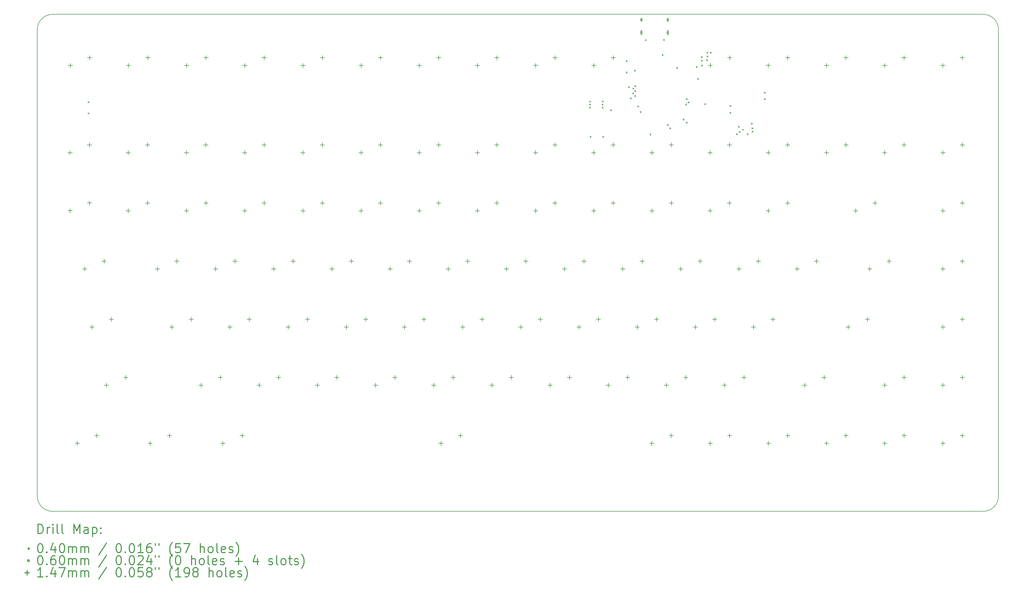
<source format=gbr>
%FSLAX45Y45*%
G04 Gerber Fmt 4.5, Leading zero omitted, Abs format (unit mm)*
G04 Created by KiCad (PCBNEW (5.1.9)-1) date 2021-04-20 15:36:32*
%MOMM*%
%LPD*%
G01*
G04 APERTURE LIST*
%TA.AperFunction,Profile*%
%ADD10C,0.200000*%
%TD*%
%ADD11C,0.200000*%
%ADD12C,0.300000*%
G04 APERTURE END LIST*
D10*
X37022627Y-24437532D02*
X6542627Y-24437532D01*
X37522627Y-23937532D02*
G75*
G02*
X37022627Y-24437532I-500000J0D01*
G01*
X37522627Y-8650032D02*
X37522627Y-23937532D01*
X37022627Y-8150032D02*
G75*
G02*
X37522627Y-8650032I0J-500000D01*
G01*
X6542627Y-8150032D02*
X37022627Y-8150032D01*
X6042627Y-8650032D02*
G75*
G02*
X6542627Y-8150032I500000J0D01*
G01*
X6042627Y-23937532D02*
X6042627Y-8650032D01*
X6542627Y-24437532D02*
G75*
G02*
X6042627Y-23937532I0J500000D01*
G01*
D11*
X7702500Y-11007500D02*
X7742500Y-11047500D01*
X7742500Y-11007500D02*
X7702500Y-11047500D01*
X7702500Y-11377500D02*
X7742500Y-11417500D01*
X7742500Y-11377500D02*
X7702500Y-11417500D01*
X24123447Y-11187820D02*
X24163447Y-11227820D01*
X24163447Y-11187820D02*
X24123447Y-11227820D01*
X24126002Y-10987852D02*
X24166002Y-11027852D01*
X24166002Y-10987852D02*
X24126002Y-11027852D01*
X24126002Y-11087852D02*
X24166002Y-11127852D01*
X24166002Y-11087852D02*
X24126002Y-11127852D01*
X24146322Y-12141012D02*
X24186322Y-12181012D01*
X24186322Y-12141012D02*
X24146322Y-12181012D01*
X24537625Y-11086428D02*
X24577625Y-11126428D01*
X24577625Y-11086428D02*
X24537625Y-11126428D01*
X24539392Y-11186413D02*
X24579392Y-11226413D01*
X24579392Y-11186413D02*
X24539392Y-11226413D01*
X24543172Y-10986582D02*
X24583172Y-11026582D01*
X24583172Y-10986582D02*
X24543172Y-11026582D01*
X24558412Y-12141012D02*
X24598412Y-12181012D01*
X24598412Y-12141012D02*
X24558412Y-12181012D01*
X24815612Y-11273602D02*
X24855612Y-11313602D01*
X24855612Y-11273602D02*
X24815612Y-11313602D01*
X25326152Y-9663848D02*
X25366152Y-9703848D01*
X25366152Y-9663848D02*
X25326152Y-9703848D01*
X25326152Y-10037892D02*
X25366152Y-10077892D01*
X25366152Y-10037892D02*
X25326152Y-10077892D01*
X25402500Y-10517500D02*
X25442500Y-10557500D01*
X25442500Y-10517500D02*
X25402500Y-10557500D01*
X25467342Y-10883182D02*
X25507342Y-10923182D01*
X25507342Y-10883182D02*
X25467342Y-10923182D01*
X25541542Y-10723182D02*
X25581542Y-10763182D01*
X25581542Y-10723182D02*
X25541542Y-10763182D01*
X25545082Y-10563182D02*
X25585082Y-10603182D01*
X25585082Y-10563182D02*
X25545082Y-10603182D01*
X25596662Y-9975662D02*
X25636662Y-10015662D01*
X25636662Y-9975662D02*
X25596662Y-10015662D01*
X25606052Y-10643182D02*
X25646052Y-10683182D01*
X25646052Y-10643182D02*
X25606052Y-10683182D01*
X25608842Y-10803182D02*
X25648842Y-10843182D01*
X25648842Y-10803182D02*
X25608842Y-10843182D01*
X25611112Y-10483182D02*
X25651112Y-10523182D01*
X25651112Y-10483182D02*
X25611112Y-10523182D01*
X25702500Y-11147500D02*
X25742500Y-11187500D01*
X25742500Y-11147500D02*
X25702500Y-11187500D01*
X25782500Y-11327500D02*
X25822500Y-11367500D01*
X25822500Y-11327500D02*
X25782500Y-11367500D01*
X25952946Y-8971776D02*
X25992946Y-9011776D01*
X25992946Y-8971776D02*
X25952946Y-9011776D01*
X26104662Y-12067500D02*
X26144662Y-12107500D01*
X26144662Y-12067500D02*
X26104662Y-12107500D01*
X26502500Y-9457500D02*
X26542500Y-9497500D01*
X26542500Y-9457500D02*
X26502500Y-9497500D01*
X26551702Y-8971092D02*
X26591702Y-9011092D01*
X26591702Y-8971092D02*
X26551702Y-9011092D01*
X26674532Y-11755842D02*
X26714532Y-11795842D01*
X26714532Y-11755842D02*
X26674532Y-11795842D01*
X26754532Y-11861712D02*
X26794532Y-11901712D01*
X26794532Y-11861712D02*
X26754532Y-11901712D01*
X26977152Y-9882952D02*
X27017152Y-9922952D01*
X27017152Y-9882952D02*
X26977152Y-9922952D01*
X27192500Y-11577500D02*
X27232500Y-11617500D01*
X27232500Y-11577500D02*
X27192500Y-11617500D01*
X27274270Y-11082928D02*
X27314270Y-11122928D01*
X27314270Y-11082928D02*
X27274270Y-11122928D01*
X27292500Y-10907500D02*
X27332500Y-10947500D01*
X27332500Y-10907500D02*
X27292500Y-10947500D01*
X27292500Y-11677500D02*
X27332500Y-11717500D01*
X27332500Y-11677500D02*
X27292500Y-11717500D01*
X27351093Y-11018907D02*
X27391093Y-11058907D01*
X27391093Y-11018907D02*
X27351093Y-11058907D01*
X27623907Y-9858907D02*
X27663907Y-9898907D01*
X27663907Y-9858907D02*
X27623907Y-9898907D01*
X27662952Y-10246172D02*
X27702952Y-10286172D01*
X27702952Y-10246172D02*
X27662952Y-10286172D01*
X27782500Y-9527500D02*
X27822500Y-9567500D01*
X27822500Y-9527500D02*
X27782500Y-9567500D01*
X27789952Y-9805482D02*
X27829952Y-9845482D01*
X27829952Y-9805482D02*
X27789952Y-9845482D01*
X27792500Y-9647500D02*
X27832500Y-9687500D01*
X27832500Y-9647500D02*
X27792500Y-9687500D01*
X27897500Y-11072500D02*
X27937500Y-11112500D01*
X27937500Y-11072500D02*
X27897500Y-11112500D01*
X27962500Y-9627500D02*
X28002500Y-9667500D01*
X28002500Y-9627500D02*
X27962500Y-9667500D01*
X27972500Y-9387500D02*
X28012500Y-9427500D01*
X28012500Y-9387500D02*
X27972500Y-9427500D01*
X27972500Y-9507500D02*
X28012500Y-9547500D01*
X28012500Y-9507500D02*
X27972500Y-9547500D01*
X28081446Y-9381367D02*
X28121446Y-9421367D01*
X28121446Y-9381367D02*
X28081446Y-9421367D01*
X28724672Y-11131362D02*
X28764672Y-11171362D01*
X28764672Y-11131362D02*
X28724672Y-11171362D01*
X28725942Y-11358692D02*
X28765942Y-11398692D01*
X28765942Y-11358692D02*
X28725942Y-11398692D01*
X28938032Y-12055922D02*
X28978032Y-12095922D01*
X28978032Y-12055922D02*
X28938032Y-12095922D01*
X29000262Y-11813352D02*
X29040262Y-11853352D01*
X29040262Y-11813352D02*
X29000262Y-11853352D01*
X29032012Y-11983222D02*
X29072012Y-12023222D01*
X29072012Y-11983222D02*
X29032012Y-12023222D01*
X29136152Y-11909872D02*
X29176152Y-11949872D01*
X29176152Y-11909872D02*
X29136152Y-11949872D01*
X29287282Y-12055922D02*
X29327282Y-12095922D01*
X29327282Y-12055922D02*
X29287282Y-12095922D01*
X29426982Y-11711752D02*
X29466982Y-11751752D01*
X29466982Y-11711752D02*
X29426982Y-11751752D01*
X29444762Y-11864152D02*
X29484762Y-11904152D01*
X29484762Y-11864152D02*
X29444762Y-11904152D01*
X29451112Y-11974642D02*
X29491112Y-12014642D01*
X29491112Y-11974642D02*
X29451112Y-12014642D01*
X29852500Y-10697500D02*
X29892500Y-10737500D01*
X29892500Y-10697500D02*
X29852500Y-10737500D01*
X29852500Y-10907500D02*
X29892500Y-10947500D01*
X29892500Y-10907500D02*
X29852500Y-10947500D01*
X25858024Y-8329598D02*
G75*
G03*
X25858024Y-8329598I-30000J0D01*
G01*
X25808024Y-8299598D02*
X25808024Y-8359598D01*
X25848024Y-8299598D02*
X25848024Y-8359598D01*
X25808024Y-8359598D02*
G75*
G03*
X25848024Y-8359598I20000J0D01*
G01*
X25848024Y-8299598D02*
G75*
G03*
X25808024Y-8299598I-20000J0D01*
G01*
X25858024Y-8747598D02*
G75*
G03*
X25858024Y-8747598I-30000J0D01*
G01*
X25808024Y-8692598D02*
X25808024Y-8802598D01*
X25848024Y-8692598D02*
X25848024Y-8802598D01*
X25808024Y-8802598D02*
G75*
G03*
X25848024Y-8802598I20000J0D01*
G01*
X25848024Y-8692598D02*
G75*
G03*
X25808024Y-8692598I-20000J0D01*
G01*
X26722024Y-8329598D02*
G75*
G03*
X26722024Y-8329598I-30000J0D01*
G01*
X26672024Y-8299598D02*
X26672024Y-8359598D01*
X26712024Y-8299598D02*
X26712024Y-8359598D01*
X26672024Y-8359598D02*
G75*
G03*
X26712024Y-8359598I20000J0D01*
G01*
X26712024Y-8299598D02*
G75*
G03*
X26672024Y-8299598I-20000J0D01*
G01*
X26722024Y-8747598D02*
G75*
G03*
X26722024Y-8747598I-30000J0D01*
G01*
X26672024Y-8692598D02*
X26672024Y-8802598D01*
X26712024Y-8692598D02*
X26712024Y-8802598D01*
X26672024Y-8802598D02*
G75*
G03*
X26712024Y-8802598I20000J0D01*
G01*
X26712024Y-8692598D02*
G75*
G03*
X26672024Y-8692598I-20000J0D01*
G01*
X7117992Y-12607462D02*
X7117992Y-12754462D01*
X7044492Y-12680962D02*
X7191492Y-12680962D01*
X7119262Y-14511192D02*
X7119262Y-14658192D01*
X7045762Y-14584692D02*
X7192762Y-14584692D01*
X7125612Y-9752382D02*
X7125612Y-9899382D01*
X7052112Y-9825882D02*
X7199112Y-9825882D01*
X7356752Y-22132462D02*
X7356752Y-22279462D01*
X7283252Y-22205962D02*
X7430252Y-22205962D01*
X7595512Y-16417462D02*
X7595512Y-16564462D01*
X7522012Y-16490962D02*
X7669012Y-16490962D01*
X7752992Y-12353462D02*
X7752992Y-12500462D01*
X7679492Y-12426962D02*
X7826492Y-12426962D01*
X7754262Y-14257192D02*
X7754262Y-14404192D01*
X7680762Y-14330692D02*
X7827762Y-14330692D01*
X7760612Y-9498382D02*
X7760612Y-9645382D01*
X7687112Y-9571882D02*
X7834112Y-9571882D01*
X7833002Y-18322462D02*
X7833002Y-18469462D01*
X7759502Y-18395962D02*
X7906502Y-18395962D01*
X7991752Y-21878462D02*
X7991752Y-22025462D01*
X7918252Y-21951962D02*
X8065252Y-21951962D01*
X8230512Y-16163462D02*
X8230512Y-16310462D01*
X8157012Y-16236962D02*
X8304012Y-16236962D01*
X8309252Y-20227462D02*
X8309252Y-20374462D01*
X8235752Y-20300962D02*
X8382752Y-20300962D01*
X8468002Y-18068462D02*
X8468002Y-18215462D01*
X8394502Y-18141962D02*
X8541502Y-18141962D01*
X8944252Y-19973462D02*
X8944252Y-20120462D01*
X8870752Y-20046962D02*
X9017752Y-20046962D01*
X9022992Y-12607462D02*
X9022992Y-12754462D01*
X8949492Y-12680962D02*
X9096492Y-12680962D01*
X9022992Y-14512462D02*
X9022992Y-14659462D01*
X8949492Y-14585962D02*
X9096492Y-14585962D01*
X9030612Y-9752382D02*
X9030612Y-9899382D01*
X8957112Y-9825882D02*
X9104112Y-9825882D01*
X9657992Y-12353462D02*
X9657992Y-12500462D01*
X9584492Y-12426962D02*
X9731492Y-12426962D01*
X9657992Y-14258462D02*
X9657992Y-14405462D01*
X9584492Y-14331962D02*
X9731492Y-14331962D01*
X9665612Y-9498382D02*
X9665612Y-9645382D01*
X9592112Y-9571882D02*
X9739112Y-9571882D01*
X9739952Y-22132462D02*
X9739952Y-22279462D01*
X9666452Y-22205962D02*
X9813452Y-22205962D01*
X9978032Y-16417462D02*
X9978032Y-16564462D01*
X9904532Y-16490962D02*
X10051532Y-16490962D01*
X10374952Y-21878462D02*
X10374952Y-22025462D01*
X10301452Y-21951962D02*
X10448452Y-21951962D01*
X10450472Y-18322462D02*
X10450472Y-18469462D01*
X10376972Y-18395962D02*
X10523972Y-18395962D01*
X10613032Y-16163462D02*
X10613032Y-16310462D01*
X10539532Y-16236962D02*
X10686532Y-16236962D01*
X10927992Y-12607462D02*
X10927992Y-12754462D01*
X10854492Y-12680962D02*
X11001492Y-12680962D01*
X10933072Y-14512462D02*
X10933072Y-14659462D01*
X10859572Y-14585962D02*
X11006572Y-14585962D01*
X10935612Y-9752382D02*
X10935612Y-9899382D01*
X10862112Y-9825882D02*
X11009112Y-9825882D01*
X11085472Y-18068462D02*
X11085472Y-18215462D01*
X11011972Y-18141962D02*
X11158972Y-18141962D01*
X11408052Y-20227462D02*
X11408052Y-20374462D01*
X11334552Y-20300962D02*
X11481552Y-20300962D01*
X11562992Y-12353462D02*
X11562992Y-12500462D01*
X11489492Y-12426962D02*
X11636492Y-12426962D01*
X11568072Y-14258462D02*
X11568072Y-14405462D01*
X11494572Y-14331962D02*
X11641572Y-14331962D01*
X11570612Y-9498382D02*
X11570612Y-9645382D01*
X11497112Y-9571882D02*
X11644112Y-9571882D01*
X11883032Y-16417462D02*
X11883032Y-16564462D01*
X11809532Y-16490962D02*
X11956532Y-16490962D01*
X12043052Y-19973462D02*
X12043052Y-20120462D01*
X11969552Y-20046962D02*
X12116552Y-20046962D01*
X12120713Y-22133423D02*
X12120713Y-22280423D01*
X12047213Y-22206923D02*
X12194213Y-22206923D01*
X12350392Y-18322462D02*
X12350392Y-18469462D01*
X12276892Y-18395962D02*
X12423892Y-18395962D01*
X12518032Y-16163462D02*
X12518032Y-16310462D01*
X12444532Y-16236962D02*
X12591532Y-16236962D01*
X12755713Y-21879423D02*
X12755713Y-22026423D01*
X12682213Y-21952923D02*
X12829213Y-21952923D01*
X12838072Y-12607462D02*
X12838072Y-12754462D01*
X12764572Y-12680962D02*
X12911572Y-12680962D01*
X12838072Y-14512462D02*
X12838072Y-14659462D01*
X12764572Y-14585962D02*
X12911572Y-14585962D01*
X12840612Y-9752382D02*
X12840612Y-9899382D01*
X12767112Y-9825882D02*
X12914112Y-9825882D01*
X12985392Y-18068462D02*
X12985392Y-18215462D01*
X12911892Y-18141962D02*
X13058892Y-18141962D01*
X13313052Y-20227462D02*
X13313052Y-20374462D01*
X13239552Y-20300962D02*
X13386552Y-20300962D01*
X13473072Y-12353462D02*
X13473072Y-12500462D01*
X13399572Y-12426962D02*
X13546572Y-12426962D01*
X13473072Y-14258462D02*
X13473072Y-14405462D01*
X13399572Y-14331962D02*
X13546572Y-14331962D01*
X13475612Y-9498382D02*
X13475612Y-9645382D01*
X13402112Y-9571882D02*
X13549112Y-9571882D01*
X13788032Y-16417462D02*
X13788032Y-16564462D01*
X13714532Y-16490962D02*
X13861532Y-16490962D01*
X13948052Y-19973462D02*
X13948052Y-20120462D01*
X13874552Y-20046962D02*
X14021552Y-20046962D01*
X14260472Y-18322462D02*
X14260472Y-18469462D01*
X14186972Y-18395962D02*
X14333972Y-18395962D01*
X14423032Y-16163462D02*
X14423032Y-16310462D01*
X14349532Y-16236962D02*
X14496532Y-16236962D01*
X14743072Y-12607462D02*
X14743072Y-12754462D01*
X14669572Y-12680962D02*
X14816572Y-12680962D01*
X14743072Y-14512462D02*
X14743072Y-14659462D01*
X14669572Y-14585962D02*
X14816572Y-14585962D01*
X14745612Y-9752382D02*
X14745612Y-9899382D01*
X14672112Y-9825882D02*
X14819112Y-9825882D01*
X14895472Y-18068462D02*
X14895472Y-18215462D01*
X14821972Y-18141962D02*
X14968972Y-18141962D01*
X15218052Y-20227462D02*
X15218052Y-20374462D01*
X15144552Y-20300962D02*
X15291552Y-20300962D01*
X15378072Y-12353462D02*
X15378072Y-12500462D01*
X15304572Y-12426962D02*
X15451572Y-12426962D01*
X15378072Y-14258462D02*
X15378072Y-14405462D01*
X15304572Y-14331962D02*
X15451572Y-14331962D01*
X15380612Y-9498382D02*
X15380612Y-9645382D01*
X15307112Y-9571882D02*
X15454112Y-9571882D01*
X15693032Y-16417462D02*
X15693032Y-16564462D01*
X15619532Y-16490962D02*
X15766532Y-16490962D01*
X15853052Y-19973462D02*
X15853052Y-20120462D01*
X15779552Y-20046962D02*
X15926552Y-20046962D01*
X16165472Y-18322462D02*
X16165472Y-18469462D01*
X16091972Y-18395962D02*
X16238972Y-18395962D01*
X16328032Y-16163462D02*
X16328032Y-16310462D01*
X16254532Y-16236962D02*
X16401532Y-16236962D01*
X16648072Y-12607462D02*
X16648072Y-12754462D01*
X16574572Y-12680962D02*
X16721572Y-12680962D01*
X16648072Y-14512462D02*
X16648072Y-14659462D01*
X16574572Y-14585962D02*
X16721572Y-14585962D01*
X16650612Y-9752382D02*
X16650612Y-9899382D01*
X16577112Y-9825882D02*
X16724112Y-9825882D01*
X16800472Y-18068462D02*
X16800472Y-18215462D01*
X16726972Y-18141962D02*
X16873972Y-18141962D01*
X17123052Y-20227462D02*
X17123052Y-20374462D01*
X17049552Y-20300962D02*
X17196552Y-20300962D01*
X17283072Y-12353462D02*
X17283072Y-12500462D01*
X17209572Y-12426962D02*
X17356572Y-12426962D01*
X17283072Y-14258462D02*
X17283072Y-14405462D01*
X17209572Y-14331962D02*
X17356572Y-14331962D01*
X17285612Y-9498382D02*
X17285612Y-9645382D01*
X17212112Y-9571882D02*
X17359112Y-9571882D01*
X17598032Y-16417462D02*
X17598032Y-16564462D01*
X17524532Y-16490962D02*
X17671532Y-16490962D01*
X17758052Y-19973462D02*
X17758052Y-20120462D01*
X17684552Y-20046962D02*
X17831552Y-20046962D01*
X18070472Y-18322462D02*
X18070472Y-18469462D01*
X17996972Y-18395962D02*
X18143972Y-18395962D01*
X18233032Y-16163462D02*
X18233032Y-16310462D01*
X18159532Y-16236962D02*
X18306532Y-16236962D01*
X18553072Y-12607462D02*
X18553072Y-12754462D01*
X18479572Y-12680962D02*
X18626572Y-12680962D01*
X18553072Y-14512462D02*
X18553072Y-14659462D01*
X18479572Y-14585962D02*
X18626572Y-14585962D01*
X18555612Y-9752382D02*
X18555612Y-9899382D01*
X18482112Y-9825882D02*
X18629112Y-9825882D01*
X18705472Y-18068462D02*
X18705472Y-18215462D01*
X18631972Y-18141962D02*
X18778972Y-18141962D01*
X19028052Y-20227462D02*
X19028052Y-20374462D01*
X18954552Y-20300962D02*
X19101552Y-20300962D01*
X19188072Y-12353462D02*
X19188072Y-12500462D01*
X19114572Y-12426962D02*
X19261572Y-12426962D01*
X19188072Y-14258462D02*
X19188072Y-14405462D01*
X19114572Y-14331962D02*
X19261572Y-14331962D01*
X19190612Y-9498382D02*
X19190612Y-9645382D01*
X19117112Y-9571882D02*
X19264112Y-9571882D01*
X19265565Y-22133423D02*
X19265565Y-22280423D01*
X19192065Y-22206923D02*
X19339065Y-22206923D01*
X19503032Y-16417462D02*
X19503032Y-16564462D01*
X19429532Y-16490962D02*
X19576532Y-16490962D01*
X19663052Y-19973462D02*
X19663052Y-20120462D01*
X19589552Y-20046962D02*
X19736552Y-20046962D01*
X19900565Y-21879423D02*
X19900565Y-22026423D01*
X19827065Y-21952923D02*
X19974065Y-21952923D01*
X19975472Y-18322462D02*
X19975472Y-18469462D01*
X19901972Y-18395962D02*
X20048972Y-18395962D01*
X20138032Y-16163462D02*
X20138032Y-16310462D01*
X20064532Y-16236962D02*
X20211532Y-16236962D01*
X20458072Y-12607462D02*
X20458072Y-12754462D01*
X20384572Y-12680962D02*
X20531572Y-12680962D01*
X20458072Y-14512462D02*
X20458072Y-14659462D01*
X20384572Y-14585962D02*
X20531572Y-14585962D01*
X20460612Y-9752382D02*
X20460612Y-9899382D01*
X20387112Y-9825882D02*
X20534112Y-9825882D01*
X20610472Y-18068462D02*
X20610472Y-18215462D01*
X20536972Y-18141962D02*
X20683972Y-18141962D01*
X20933052Y-20227462D02*
X20933052Y-20374462D01*
X20859552Y-20300962D02*
X21006552Y-20300962D01*
X21093072Y-12353462D02*
X21093072Y-12500462D01*
X21019572Y-12426962D02*
X21166572Y-12426962D01*
X21093072Y-14258462D02*
X21093072Y-14405462D01*
X21019572Y-14331962D02*
X21166572Y-14331962D01*
X21095612Y-9498382D02*
X21095612Y-9645382D01*
X21022112Y-9571882D02*
X21169112Y-9571882D01*
X21408032Y-16417462D02*
X21408032Y-16564462D01*
X21334532Y-16490962D02*
X21481532Y-16490962D01*
X21568052Y-19973462D02*
X21568052Y-20120462D01*
X21494552Y-20046962D02*
X21641552Y-20046962D01*
X21880472Y-18322462D02*
X21880472Y-18469462D01*
X21806972Y-18395962D02*
X21953972Y-18395962D01*
X22043032Y-16163462D02*
X22043032Y-16310462D01*
X21969532Y-16236962D02*
X22116532Y-16236962D01*
X22363072Y-12607462D02*
X22363072Y-12754462D01*
X22289572Y-12680962D02*
X22436572Y-12680962D01*
X22363072Y-14512462D02*
X22363072Y-14659462D01*
X22289572Y-14585962D02*
X22436572Y-14585962D01*
X22365612Y-9752382D02*
X22365612Y-9899382D01*
X22292112Y-9825882D02*
X22439112Y-9825882D01*
X22515472Y-18068462D02*
X22515472Y-18215462D01*
X22441972Y-18141962D02*
X22588972Y-18141962D01*
X22838052Y-20227462D02*
X22838052Y-20374462D01*
X22764552Y-20300962D02*
X22911552Y-20300962D01*
X22998072Y-12353462D02*
X22998072Y-12500462D01*
X22924572Y-12426962D02*
X23071572Y-12426962D01*
X22998072Y-14258462D02*
X22998072Y-14405462D01*
X22924572Y-14331962D02*
X23071572Y-14331962D01*
X23000612Y-9498382D02*
X23000612Y-9645382D01*
X22927112Y-9571882D02*
X23074112Y-9571882D01*
X23313032Y-16417462D02*
X23313032Y-16564462D01*
X23239532Y-16490962D02*
X23386532Y-16490962D01*
X23473052Y-19973462D02*
X23473052Y-20120462D01*
X23399552Y-20046962D02*
X23546552Y-20046962D01*
X23785472Y-18322462D02*
X23785472Y-18469462D01*
X23711972Y-18395962D02*
X23858972Y-18395962D01*
X23948032Y-16163462D02*
X23948032Y-16310462D01*
X23874532Y-16236962D02*
X24021532Y-16236962D01*
X24268072Y-12607462D02*
X24268072Y-12754462D01*
X24194572Y-12680962D02*
X24341572Y-12680962D01*
X24268072Y-14512462D02*
X24268072Y-14659462D01*
X24194572Y-14585962D02*
X24341572Y-14585962D01*
X24270612Y-9752382D02*
X24270612Y-9899382D01*
X24197112Y-9825882D02*
X24344112Y-9825882D01*
X24420472Y-18068462D02*
X24420472Y-18215462D01*
X24346972Y-18141962D02*
X24493972Y-18141962D01*
X24743052Y-20227462D02*
X24743052Y-20374462D01*
X24669552Y-20300962D02*
X24816552Y-20300962D01*
X24903072Y-12353462D02*
X24903072Y-12500462D01*
X24829572Y-12426962D02*
X24976572Y-12426962D01*
X24903072Y-14258462D02*
X24903072Y-14405462D01*
X24829572Y-14331962D02*
X24976572Y-14331962D01*
X24905612Y-9498382D02*
X24905612Y-9645382D01*
X24832112Y-9571882D02*
X24979112Y-9571882D01*
X25218032Y-16417462D02*
X25218032Y-16564462D01*
X25144532Y-16490962D02*
X25291532Y-16490962D01*
X25378052Y-19973462D02*
X25378052Y-20120462D01*
X25304552Y-20046962D02*
X25451552Y-20046962D01*
X25690472Y-18322462D02*
X25690472Y-18469462D01*
X25616972Y-18395962D02*
X25763972Y-18395962D01*
X25853032Y-16163462D02*
X25853032Y-16310462D01*
X25779532Y-16236962D02*
X25926532Y-16236962D01*
X26171038Y-22132462D02*
X26171038Y-22279462D01*
X26097538Y-22205962D02*
X26244538Y-22205962D01*
X26173072Y-12607462D02*
X26173072Y-12754462D01*
X26099572Y-12680962D02*
X26246572Y-12680962D01*
X26173072Y-14512462D02*
X26173072Y-14659462D01*
X26099572Y-14585962D02*
X26246572Y-14585962D01*
X26325472Y-18068462D02*
X26325472Y-18215462D01*
X26251972Y-18141962D02*
X26398972Y-18141962D01*
X26648052Y-20227462D02*
X26648052Y-20374462D01*
X26574552Y-20300962D02*
X26721552Y-20300962D01*
X26806038Y-21878462D02*
X26806038Y-22025462D01*
X26732538Y-21951962D02*
X26879538Y-21951962D01*
X26808072Y-12353462D02*
X26808072Y-12500462D01*
X26734572Y-12426962D02*
X26881572Y-12426962D01*
X26808072Y-14258462D02*
X26808072Y-14405462D01*
X26734572Y-14331962D02*
X26881572Y-14331962D01*
X27117952Y-16417462D02*
X27117952Y-16564462D01*
X27044452Y-16490962D02*
X27191452Y-16490962D01*
X27283052Y-19973462D02*
X27283052Y-20120462D01*
X27209552Y-20046962D02*
X27356552Y-20046962D01*
X27595472Y-18322462D02*
X27595472Y-18469462D01*
X27521972Y-18395962D02*
X27668972Y-18395962D01*
X27752952Y-16163462D02*
X27752952Y-16310462D01*
X27679452Y-16236962D02*
X27826452Y-16236962D01*
X28078072Y-12607462D02*
X28078072Y-12754462D01*
X28004572Y-12680962D02*
X28151572Y-12680962D01*
X28078072Y-14512462D02*
X28078072Y-14659462D01*
X28004572Y-14585962D02*
X28151572Y-14585962D01*
X28083152Y-22132462D02*
X28083152Y-22279462D01*
X28009652Y-22205962D02*
X28156652Y-22205962D01*
X28086532Y-9752382D02*
X28086532Y-9899382D01*
X28013032Y-9825882D02*
X28160032Y-9825882D01*
X28230472Y-18068462D02*
X28230472Y-18215462D01*
X28156972Y-18141962D02*
X28303972Y-18141962D01*
X28553052Y-20227462D02*
X28553052Y-20374462D01*
X28479552Y-20300962D02*
X28626552Y-20300962D01*
X28713072Y-12353462D02*
X28713072Y-12500462D01*
X28639572Y-12426962D02*
X28786572Y-12426962D01*
X28713072Y-14258462D02*
X28713072Y-14405462D01*
X28639572Y-14331962D02*
X28786572Y-14331962D01*
X28718152Y-21878462D02*
X28718152Y-22025462D01*
X28644652Y-21951962D02*
X28791652Y-21951962D01*
X28721532Y-9498382D02*
X28721532Y-9645382D01*
X28648032Y-9571882D02*
X28795032Y-9571882D01*
X29022952Y-16417462D02*
X29022952Y-16564462D01*
X28949452Y-16490962D02*
X29096452Y-16490962D01*
X29188052Y-19973462D02*
X29188052Y-20120462D01*
X29114552Y-20046962D02*
X29261552Y-20046962D01*
X29500472Y-18322462D02*
X29500472Y-18469462D01*
X29426972Y-18395962D02*
X29573972Y-18395962D01*
X29657952Y-16163462D02*
X29657952Y-16310462D01*
X29584452Y-16236962D02*
X29731452Y-16236962D01*
X29983072Y-12607462D02*
X29983072Y-12754462D01*
X29909572Y-12680962D02*
X30056572Y-12680962D01*
X29983072Y-14512462D02*
X29983072Y-14659462D01*
X29909572Y-14585962D02*
X30056572Y-14585962D01*
X29985612Y-9752382D02*
X29985612Y-9899382D01*
X29912112Y-9825882D02*
X30059112Y-9825882D01*
X29988152Y-22132462D02*
X29988152Y-22279462D01*
X29914652Y-22205962D02*
X30061652Y-22205962D01*
X30135472Y-18068462D02*
X30135472Y-18215462D01*
X30061972Y-18141962D02*
X30208972Y-18141962D01*
X30618072Y-12353462D02*
X30618072Y-12500462D01*
X30544572Y-12426962D02*
X30691572Y-12426962D01*
X30618072Y-14258462D02*
X30618072Y-14405462D01*
X30544572Y-14331962D02*
X30691572Y-14331962D01*
X30620612Y-9498382D02*
X30620612Y-9645382D01*
X30547112Y-9571882D02*
X30694112Y-9571882D01*
X30623152Y-21878462D02*
X30623152Y-22025462D01*
X30549652Y-21951962D02*
X30696652Y-21951962D01*
X30927952Y-16417462D02*
X30927952Y-16564462D01*
X30854452Y-16490962D02*
X31001452Y-16490962D01*
X31175602Y-20227462D02*
X31175602Y-20374462D01*
X31102102Y-20300962D02*
X31249102Y-20300962D01*
X31562952Y-16163462D02*
X31562952Y-16310462D01*
X31489452Y-16236962D02*
X31636452Y-16236962D01*
X31810602Y-19973462D02*
X31810602Y-20120462D01*
X31737102Y-20046962D02*
X31884102Y-20046962D01*
X31890612Y-9752382D02*
X31890612Y-9899382D01*
X31817112Y-9825882D02*
X31964112Y-9825882D01*
X31893152Y-12607462D02*
X31893152Y-12754462D01*
X31819652Y-12680962D02*
X31966652Y-12680962D01*
X31893152Y-22132462D02*
X31893152Y-22279462D01*
X31819652Y-22205962D02*
X31966652Y-22205962D01*
X32525612Y-9498382D02*
X32525612Y-9645382D01*
X32452112Y-9571882D02*
X32599112Y-9571882D01*
X32528152Y-12353462D02*
X32528152Y-12500462D01*
X32454652Y-12426962D02*
X32601652Y-12426962D01*
X32528152Y-21878462D02*
X32528152Y-22025462D01*
X32454652Y-21951962D02*
X32601652Y-21951962D01*
X32599272Y-18322462D02*
X32599272Y-18469462D01*
X32525772Y-18395962D02*
X32672772Y-18395962D01*
X32843112Y-14512462D02*
X32843112Y-14659462D01*
X32769612Y-14585962D02*
X32916612Y-14585962D01*
X33234272Y-18068462D02*
X33234272Y-18215462D01*
X33160772Y-18141962D02*
X33307772Y-18141962D01*
X33307932Y-16417462D02*
X33307932Y-16564462D01*
X33234432Y-16490962D02*
X33381432Y-16490962D01*
X33478112Y-14258462D02*
X33478112Y-14405462D01*
X33404612Y-14331962D02*
X33551612Y-14331962D01*
X33793072Y-12607462D02*
X33793072Y-12754462D01*
X33719572Y-12680962D02*
X33866572Y-12680962D01*
X33795612Y-9752382D02*
X33795612Y-9899382D01*
X33722112Y-9825882D02*
X33869112Y-9825882D01*
X33798152Y-20227462D02*
X33798152Y-20374462D01*
X33724652Y-20300962D02*
X33871652Y-20300962D01*
X33798152Y-22132462D02*
X33798152Y-22279462D01*
X33724652Y-22205962D02*
X33871652Y-22205962D01*
X33942932Y-16163462D02*
X33942932Y-16310462D01*
X33869432Y-16236962D02*
X34016432Y-16236962D01*
X34428072Y-12353462D02*
X34428072Y-12500462D01*
X34354572Y-12426962D02*
X34501572Y-12426962D01*
X34430612Y-9498382D02*
X34430612Y-9645382D01*
X34357112Y-9571882D02*
X34504112Y-9571882D01*
X34433152Y-19973462D02*
X34433152Y-20120462D01*
X34359652Y-20046962D02*
X34506652Y-20046962D01*
X34433152Y-21878462D02*
X34433152Y-22025462D01*
X34359652Y-21951962D02*
X34506652Y-21951962D01*
X35700612Y-9752382D02*
X35700612Y-9899382D01*
X35627112Y-9825882D02*
X35774112Y-9825882D01*
X35703152Y-12607462D02*
X35703152Y-12754462D01*
X35629652Y-12680962D02*
X35776652Y-12680962D01*
X35703152Y-14512462D02*
X35703152Y-14659462D01*
X35629652Y-14585962D02*
X35776652Y-14585962D01*
X35703152Y-16417462D02*
X35703152Y-16564462D01*
X35629652Y-16490962D02*
X35776652Y-16490962D01*
X35703152Y-18322462D02*
X35703152Y-18469462D01*
X35629652Y-18395962D02*
X35776652Y-18395962D01*
X35703152Y-20227462D02*
X35703152Y-20374462D01*
X35629652Y-20300962D02*
X35776652Y-20300962D01*
X35703152Y-22132462D02*
X35703152Y-22279462D01*
X35629652Y-22205962D02*
X35776652Y-22205962D01*
X36335612Y-9498382D02*
X36335612Y-9645382D01*
X36262112Y-9571882D02*
X36409112Y-9571882D01*
X36338152Y-12353462D02*
X36338152Y-12500462D01*
X36264652Y-12426962D02*
X36411652Y-12426962D01*
X36338152Y-14258462D02*
X36338152Y-14405462D01*
X36264652Y-14331962D02*
X36411652Y-14331962D01*
X36338152Y-16163462D02*
X36338152Y-16310462D01*
X36264652Y-16236962D02*
X36411652Y-16236962D01*
X36338152Y-18068462D02*
X36338152Y-18215462D01*
X36264652Y-18141962D02*
X36411652Y-18141962D01*
X36338152Y-19973462D02*
X36338152Y-20120462D01*
X36264652Y-20046962D02*
X36411652Y-20046962D01*
X36338152Y-21878462D02*
X36338152Y-22025462D01*
X36264652Y-21951962D02*
X36411652Y-21951962D01*
D12*
X6068928Y-25163214D02*
X6068928Y-24863214D01*
X6140357Y-24863214D01*
X6183214Y-24877500D01*
X6211786Y-24906071D01*
X6226071Y-24934643D01*
X6240357Y-24991786D01*
X6240357Y-25034643D01*
X6226071Y-25091786D01*
X6211786Y-25120357D01*
X6183214Y-25148928D01*
X6140357Y-25163214D01*
X6068928Y-25163214D01*
X6368928Y-25163214D02*
X6368928Y-24963214D01*
X6368928Y-25020357D02*
X6383214Y-24991786D01*
X6397500Y-24977500D01*
X6426071Y-24963214D01*
X6454643Y-24963214D01*
X6554643Y-25163214D02*
X6554643Y-24963214D01*
X6554643Y-24863214D02*
X6540357Y-24877500D01*
X6554643Y-24891786D01*
X6568928Y-24877500D01*
X6554643Y-24863214D01*
X6554643Y-24891786D01*
X6740357Y-25163214D02*
X6711786Y-25148928D01*
X6697500Y-25120357D01*
X6697500Y-24863214D01*
X6897500Y-25163214D02*
X6868928Y-25148928D01*
X6854643Y-25120357D01*
X6854643Y-24863214D01*
X7240357Y-25163214D02*
X7240357Y-24863214D01*
X7340357Y-25077500D01*
X7440357Y-24863214D01*
X7440357Y-25163214D01*
X7711786Y-25163214D02*
X7711786Y-25006071D01*
X7697500Y-24977500D01*
X7668928Y-24963214D01*
X7611786Y-24963214D01*
X7583214Y-24977500D01*
X7711786Y-25148928D02*
X7683214Y-25163214D01*
X7611786Y-25163214D01*
X7583214Y-25148928D01*
X7568928Y-25120357D01*
X7568928Y-25091786D01*
X7583214Y-25063214D01*
X7611786Y-25048928D01*
X7683214Y-25048928D01*
X7711786Y-25034643D01*
X7854643Y-24963214D02*
X7854643Y-25263214D01*
X7854643Y-24977500D02*
X7883214Y-24963214D01*
X7940357Y-24963214D01*
X7968928Y-24977500D01*
X7983214Y-24991786D01*
X7997500Y-25020357D01*
X7997500Y-25106071D01*
X7983214Y-25134643D01*
X7968928Y-25148928D01*
X7940357Y-25163214D01*
X7883214Y-25163214D01*
X7854643Y-25148928D01*
X8126071Y-25134643D02*
X8140357Y-25148928D01*
X8126071Y-25163214D01*
X8111786Y-25148928D01*
X8126071Y-25134643D01*
X8126071Y-25163214D01*
X8126071Y-24977500D02*
X8140357Y-24991786D01*
X8126071Y-25006071D01*
X8111786Y-24991786D01*
X8126071Y-24977500D01*
X8126071Y-25006071D01*
X5742500Y-25637500D02*
X5782500Y-25677500D01*
X5782500Y-25637500D02*
X5742500Y-25677500D01*
X6126071Y-25493214D02*
X6154643Y-25493214D01*
X6183214Y-25507500D01*
X6197500Y-25521786D01*
X6211786Y-25550357D01*
X6226071Y-25607500D01*
X6226071Y-25678928D01*
X6211786Y-25736071D01*
X6197500Y-25764643D01*
X6183214Y-25778928D01*
X6154643Y-25793214D01*
X6126071Y-25793214D01*
X6097500Y-25778928D01*
X6083214Y-25764643D01*
X6068928Y-25736071D01*
X6054643Y-25678928D01*
X6054643Y-25607500D01*
X6068928Y-25550357D01*
X6083214Y-25521786D01*
X6097500Y-25507500D01*
X6126071Y-25493214D01*
X6354643Y-25764643D02*
X6368928Y-25778928D01*
X6354643Y-25793214D01*
X6340357Y-25778928D01*
X6354643Y-25764643D01*
X6354643Y-25793214D01*
X6626071Y-25593214D02*
X6626071Y-25793214D01*
X6554643Y-25478928D02*
X6483214Y-25693214D01*
X6668928Y-25693214D01*
X6840357Y-25493214D02*
X6868928Y-25493214D01*
X6897500Y-25507500D01*
X6911786Y-25521786D01*
X6926071Y-25550357D01*
X6940357Y-25607500D01*
X6940357Y-25678928D01*
X6926071Y-25736071D01*
X6911786Y-25764643D01*
X6897500Y-25778928D01*
X6868928Y-25793214D01*
X6840357Y-25793214D01*
X6811786Y-25778928D01*
X6797500Y-25764643D01*
X6783214Y-25736071D01*
X6768928Y-25678928D01*
X6768928Y-25607500D01*
X6783214Y-25550357D01*
X6797500Y-25521786D01*
X6811786Y-25507500D01*
X6840357Y-25493214D01*
X7068928Y-25793214D02*
X7068928Y-25593214D01*
X7068928Y-25621786D02*
X7083214Y-25607500D01*
X7111786Y-25593214D01*
X7154643Y-25593214D01*
X7183214Y-25607500D01*
X7197500Y-25636071D01*
X7197500Y-25793214D01*
X7197500Y-25636071D02*
X7211786Y-25607500D01*
X7240357Y-25593214D01*
X7283214Y-25593214D01*
X7311786Y-25607500D01*
X7326071Y-25636071D01*
X7326071Y-25793214D01*
X7468928Y-25793214D02*
X7468928Y-25593214D01*
X7468928Y-25621786D02*
X7483214Y-25607500D01*
X7511786Y-25593214D01*
X7554643Y-25593214D01*
X7583214Y-25607500D01*
X7597500Y-25636071D01*
X7597500Y-25793214D01*
X7597500Y-25636071D02*
X7611786Y-25607500D01*
X7640357Y-25593214D01*
X7683214Y-25593214D01*
X7711786Y-25607500D01*
X7726071Y-25636071D01*
X7726071Y-25793214D01*
X8311786Y-25478928D02*
X8054643Y-25864643D01*
X8697500Y-25493214D02*
X8726071Y-25493214D01*
X8754643Y-25507500D01*
X8768929Y-25521786D01*
X8783214Y-25550357D01*
X8797500Y-25607500D01*
X8797500Y-25678928D01*
X8783214Y-25736071D01*
X8768929Y-25764643D01*
X8754643Y-25778928D01*
X8726071Y-25793214D01*
X8697500Y-25793214D01*
X8668929Y-25778928D01*
X8654643Y-25764643D01*
X8640357Y-25736071D01*
X8626071Y-25678928D01*
X8626071Y-25607500D01*
X8640357Y-25550357D01*
X8654643Y-25521786D01*
X8668929Y-25507500D01*
X8697500Y-25493214D01*
X8926071Y-25764643D02*
X8940357Y-25778928D01*
X8926071Y-25793214D01*
X8911786Y-25778928D01*
X8926071Y-25764643D01*
X8926071Y-25793214D01*
X9126071Y-25493214D02*
X9154643Y-25493214D01*
X9183214Y-25507500D01*
X9197500Y-25521786D01*
X9211786Y-25550357D01*
X9226071Y-25607500D01*
X9226071Y-25678928D01*
X9211786Y-25736071D01*
X9197500Y-25764643D01*
X9183214Y-25778928D01*
X9154643Y-25793214D01*
X9126071Y-25793214D01*
X9097500Y-25778928D01*
X9083214Y-25764643D01*
X9068929Y-25736071D01*
X9054643Y-25678928D01*
X9054643Y-25607500D01*
X9068929Y-25550357D01*
X9083214Y-25521786D01*
X9097500Y-25507500D01*
X9126071Y-25493214D01*
X9511786Y-25793214D02*
X9340357Y-25793214D01*
X9426071Y-25793214D02*
X9426071Y-25493214D01*
X9397500Y-25536071D01*
X9368929Y-25564643D01*
X9340357Y-25578928D01*
X9768929Y-25493214D02*
X9711786Y-25493214D01*
X9683214Y-25507500D01*
X9668929Y-25521786D01*
X9640357Y-25564643D01*
X9626071Y-25621786D01*
X9626071Y-25736071D01*
X9640357Y-25764643D01*
X9654643Y-25778928D01*
X9683214Y-25793214D01*
X9740357Y-25793214D01*
X9768929Y-25778928D01*
X9783214Y-25764643D01*
X9797500Y-25736071D01*
X9797500Y-25664643D01*
X9783214Y-25636071D01*
X9768929Y-25621786D01*
X9740357Y-25607500D01*
X9683214Y-25607500D01*
X9654643Y-25621786D01*
X9640357Y-25636071D01*
X9626071Y-25664643D01*
X9911786Y-25493214D02*
X9911786Y-25550357D01*
X10026071Y-25493214D02*
X10026071Y-25550357D01*
X10468929Y-25907500D02*
X10454643Y-25893214D01*
X10426071Y-25850357D01*
X10411786Y-25821786D01*
X10397500Y-25778928D01*
X10383214Y-25707500D01*
X10383214Y-25650357D01*
X10397500Y-25578928D01*
X10411786Y-25536071D01*
X10426071Y-25507500D01*
X10454643Y-25464643D01*
X10468929Y-25450357D01*
X10726071Y-25493214D02*
X10583214Y-25493214D01*
X10568929Y-25636071D01*
X10583214Y-25621786D01*
X10611786Y-25607500D01*
X10683214Y-25607500D01*
X10711786Y-25621786D01*
X10726071Y-25636071D01*
X10740357Y-25664643D01*
X10740357Y-25736071D01*
X10726071Y-25764643D01*
X10711786Y-25778928D01*
X10683214Y-25793214D01*
X10611786Y-25793214D01*
X10583214Y-25778928D01*
X10568929Y-25764643D01*
X10840357Y-25493214D02*
X11040357Y-25493214D01*
X10911786Y-25793214D01*
X11383214Y-25793214D02*
X11383214Y-25493214D01*
X11511786Y-25793214D02*
X11511786Y-25636071D01*
X11497500Y-25607500D01*
X11468928Y-25593214D01*
X11426071Y-25593214D01*
X11397500Y-25607500D01*
X11383214Y-25621786D01*
X11697500Y-25793214D02*
X11668928Y-25778928D01*
X11654643Y-25764643D01*
X11640357Y-25736071D01*
X11640357Y-25650357D01*
X11654643Y-25621786D01*
X11668928Y-25607500D01*
X11697500Y-25593214D01*
X11740357Y-25593214D01*
X11768928Y-25607500D01*
X11783214Y-25621786D01*
X11797500Y-25650357D01*
X11797500Y-25736071D01*
X11783214Y-25764643D01*
X11768928Y-25778928D01*
X11740357Y-25793214D01*
X11697500Y-25793214D01*
X11968928Y-25793214D02*
X11940357Y-25778928D01*
X11926071Y-25750357D01*
X11926071Y-25493214D01*
X12197500Y-25778928D02*
X12168928Y-25793214D01*
X12111786Y-25793214D01*
X12083214Y-25778928D01*
X12068928Y-25750357D01*
X12068928Y-25636071D01*
X12083214Y-25607500D01*
X12111786Y-25593214D01*
X12168928Y-25593214D01*
X12197500Y-25607500D01*
X12211786Y-25636071D01*
X12211786Y-25664643D01*
X12068928Y-25693214D01*
X12326071Y-25778928D02*
X12354643Y-25793214D01*
X12411786Y-25793214D01*
X12440357Y-25778928D01*
X12454643Y-25750357D01*
X12454643Y-25736071D01*
X12440357Y-25707500D01*
X12411786Y-25693214D01*
X12368928Y-25693214D01*
X12340357Y-25678928D01*
X12326071Y-25650357D01*
X12326071Y-25636071D01*
X12340357Y-25607500D01*
X12368928Y-25593214D01*
X12411786Y-25593214D01*
X12440357Y-25607500D01*
X12554643Y-25907500D02*
X12568928Y-25893214D01*
X12597500Y-25850357D01*
X12611786Y-25821786D01*
X12626071Y-25778928D01*
X12640357Y-25707500D01*
X12640357Y-25650357D01*
X12626071Y-25578928D01*
X12611786Y-25536071D01*
X12597500Y-25507500D01*
X12568928Y-25464643D01*
X12554643Y-25450357D01*
X5782500Y-26053500D02*
G75*
G03*
X5782500Y-26053500I-30000J0D01*
G01*
X6126071Y-25889214D02*
X6154643Y-25889214D01*
X6183214Y-25903500D01*
X6197500Y-25917786D01*
X6211786Y-25946357D01*
X6226071Y-26003500D01*
X6226071Y-26074928D01*
X6211786Y-26132071D01*
X6197500Y-26160643D01*
X6183214Y-26174928D01*
X6154643Y-26189214D01*
X6126071Y-26189214D01*
X6097500Y-26174928D01*
X6083214Y-26160643D01*
X6068928Y-26132071D01*
X6054643Y-26074928D01*
X6054643Y-26003500D01*
X6068928Y-25946357D01*
X6083214Y-25917786D01*
X6097500Y-25903500D01*
X6126071Y-25889214D01*
X6354643Y-26160643D02*
X6368928Y-26174928D01*
X6354643Y-26189214D01*
X6340357Y-26174928D01*
X6354643Y-26160643D01*
X6354643Y-26189214D01*
X6626071Y-25889214D02*
X6568928Y-25889214D01*
X6540357Y-25903500D01*
X6526071Y-25917786D01*
X6497500Y-25960643D01*
X6483214Y-26017786D01*
X6483214Y-26132071D01*
X6497500Y-26160643D01*
X6511786Y-26174928D01*
X6540357Y-26189214D01*
X6597500Y-26189214D01*
X6626071Y-26174928D01*
X6640357Y-26160643D01*
X6654643Y-26132071D01*
X6654643Y-26060643D01*
X6640357Y-26032071D01*
X6626071Y-26017786D01*
X6597500Y-26003500D01*
X6540357Y-26003500D01*
X6511786Y-26017786D01*
X6497500Y-26032071D01*
X6483214Y-26060643D01*
X6840357Y-25889214D02*
X6868928Y-25889214D01*
X6897500Y-25903500D01*
X6911786Y-25917786D01*
X6926071Y-25946357D01*
X6940357Y-26003500D01*
X6940357Y-26074928D01*
X6926071Y-26132071D01*
X6911786Y-26160643D01*
X6897500Y-26174928D01*
X6868928Y-26189214D01*
X6840357Y-26189214D01*
X6811786Y-26174928D01*
X6797500Y-26160643D01*
X6783214Y-26132071D01*
X6768928Y-26074928D01*
X6768928Y-26003500D01*
X6783214Y-25946357D01*
X6797500Y-25917786D01*
X6811786Y-25903500D01*
X6840357Y-25889214D01*
X7068928Y-26189214D02*
X7068928Y-25989214D01*
X7068928Y-26017786D02*
X7083214Y-26003500D01*
X7111786Y-25989214D01*
X7154643Y-25989214D01*
X7183214Y-26003500D01*
X7197500Y-26032071D01*
X7197500Y-26189214D01*
X7197500Y-26032071D02*
X7211786Y-26003500D01*
X7240357Y-25989214D01*
X7283214Y-25989214D01*
X7311786Y-26003500D01*
X7326071Y-26032071D01*
X7326071Y-26189214D01*
X7468928Y-26189214D02*
X7468928Y-25989214D01*
X7468928Y-26017786D02*
X7483214Y-26003500D01*
X7511786Y-25989214D01*
X7554643Y-25989214D01*
X7583214Y-26003500D01*
X7597500Y-26032071D01*
X7597500Y-26189214D01*
X7597500Y-26032071D02*
X7611786Y-26003500D01*
X7640357Y-25989214D01*
X7683214Y-25989214D01*
X7711786Y-26003500D01*
X7726071Y-26032071D01*
X7726071Y-26189214D01*
X8311786Y-25874928D02*
X8054643Y-26260643D01*
X8697500Y-25889214D02*
X8726071Y-25889214D01*
X8754643Y-25903500D01*
X8768929Y-25917786D01*
X8783214Y-25946357D01*
X8797500Y-26003500D01*
X8797500Y-26074928D01*
X8783214Y-26132071D01*
X8768929Y-26160643D01*
X8754643Y-26174928D01*
X8726071Y-26189214D01*
X8697500Y-26189214D01*
X8668929Y-26174928D01*
X8654643Y-26160643D01*
X8640357Y-26132071D01*
X8626071Y-26074928D01*
X8626071Y-26003500D01*
X8640357Y-25946357D01*
X8654643Y-25917786D01*
X8668929Y-25903500D01*
X8697500Y-25889214D01*
X8926071Y-26160643D02*
X8940357Y-26174928D01*
X8926071Y-26189214D01*
X8911786Y-26174928D01*
X8926071Y-26160643D01*
X8926071Y-26189214D01*
X9126071Y-25889214D02*
X9154643Y-25889214D01*
X9183214Y-25903500D01*
X9197500Y-25917786D01*
X9211786Y-25946357D01*
X9226071Y-26003500D01*
X9226071Y-26074928D01*
X9211786Y-26132071D01*
X9197500Y-26160643D01*
X9183214Y-26174928D01*
X9154643Y-26189214D01*
X9126071Y-26189214D01*
X9097500Y-26174928D01*
X9083214Y-26160643D01*
X9068929Y-26132071D01*
X9054643Y-26074928D01*
X9054643Y-26003500D01*
X9068929Y-25946357D01*
X9083214Y-25917786D01*
X9097500Y-25903500D01*
X9126071Y-25889214D01*
X9340357Y-25917786D02*
X9354643Y-25903500D01*
X9383214Y-25889214D01*
X9454643Y-25889214D01*
X9483214Y-25903500D01*
X9497500Y-25917786D01*
X9511786Y-25946357D01*
X9511786Y-25974928D01*
X9497500Y-26017786D01*
X9326071Y-26189214D01*
X9511786Y-26189214D01*
X9768929Y-25989214D02*
X9768929Y-26189214D01*
X9697500Y-25874928D02*
X9626071Y-26089214D01*
X9811786Y-26089214D01*
X9911786Y-25889214D02*
X9911786Y-25946357D01*
X10026071Y-25889214D02*
X10026071Y-25946357D01*
X10468929Y-26303500D02*
X10454643Y-26289214D01*
X10426071Y-26246357D01*
X10411786Y-26217786D01*
X10397500Y-26174928D01*
X10383214Y-26103500D01*
X10383214Y-26046357D01*
X10397500Y-25974928D01*
X10411786Y-25932071D01*
X10426071Y-25903500D01*
X10454643Y-25860643D01*
X10468929Y-25846357D01*
X10640357Y-25889214D02*
X10668929Y-25889214D01*
X10697500Y-25903500D01*
X10711786Y-25917786D01*
X10726071Y-25946357D01*
X10740357Y-26003500D01*
X10740357Y-26074928D01*
X10726071Y-26132071D01*
X10711786Y-26160643D01*
X10697500Y-26174928D01*
X10668929Y-26189214D01*
X10640357Y-26189214D01*
X10611786Y-26174928D01*
X10597500Y-26160643D01*
X10583214Y-26132071D01*
X10568929Y-26074928D01*
X10568929Y-26003500D01*
X10583214Y-25946357D01*
X10597500Y-25917786D01*
X10611786Y-25903500D01*
X10640357Y-25889214D01*
X11097500Y-26189214D02*
X11097500Y-25889214D01*
X11226071Y-26189214D02*
X11226071Y-26032071D01*
X11211786Y-26003500D01*
X11183214Y-25989214D01*
X11140357Y-25989214D01*
X11111786Y-26003500D01*
X11097500Y-26017786D01*
X11411786Y-26189214D02*
X11383214Y-26174928D01*
X11368928Y-26160643D01*
X11354643Y-26132071D01*
X11354643Y-26046357D01*
X11368928Y-26017786D01*
X11383214Y-26003500D01*
X11411786Y-25989214D01*
X11454643Y-25989214D01*
X11483214Y-26003500D01*
X11497500Y-26017786D01*
X11511786Y-26046357D01*
X11511786Y-26132071D01*
X11497500Y-26160643D01*
X11483214Y-26174928D01*
X11454643Y-26189214D01*
X11411786Y-26189214D01*
X11683214Y-26189214D02*
X11654643Y-26174928D01*
X11640357Y-26146357D01*
X11640357Y-25889214D01*
X11911786Y-26174928D02*
X11883214Y-26189214D01*
X11826071Y-26189214D01*
X11797500Y-26174928D01*
X11783214Y-26146357D01*
X11783214Y-26032071D01*
X11797500Y-26003500D01*
X11826071Y-25989214D01*
X11883214Y-25989214D01*
X11911786Y-26003500D01*
X11926071Y-26032071D01*
X11926071Y-26060643D01*
X11783214Y-26089214D01*
X12040357Y-26174928D02*
X12068928Y-26189214D01*
X12126071Y-26189214D01*
X12154643Y-26174928D01*
X12168928Y-26146357D01*
X12168928Y-26132071D01*
X12154643Y-26103500D01*
X12126071Y-26089214D01*
X12083214Y-26089214D01*
X12054643Y-26074928D01*
X12040357Y-26046357D01*
X12040357Y-26032071D01*
X12054643Y-26003500D01*
X12083214Y-25989214D01*
X12126071Y-25989214D01*
X12154643Y-26003500D01*
X12526071Y-26074928D02*
X12754643Y-26074928D01*
X12640357Y-26189214D02*
X12640357Y-25960643D01*
X13254643Y-25989214D02*
X13254643Y-26189214D01*
X13183214Y-25874928D02*
X13111786Y-26089214D01*
X13297500Y-26089214D01*
X13626071Y-26174928D02*
X13654643Y-26189214D01*
X13711786Y-26189214D01*
X13740357Y-26174928D01*
X13754643Y-26146357D01*
X13754643Y-26132071D01*
X13740357Y-26103500D01*
X13711786Y-26089214D01*
X13668928Y-26089214D01*
X13640357Y-26074928D01*
X13626071Y-26046357D01*
X13626071Y-26032071D01*
X13640357Y-26003500D01*
X13668928Y-25989214D01*
X13711786Y-25989214D01*
X13740357Y-26003500D01*
X13926071Y-26189214D02*
X13897500Y-26174928D01*
X13883214Y-26146357D01*
X13883214Y-25889214D01*
X14083214Y-26189214D02*
X14054643Y-26174928D01*
X14040357Y-26160643D01*
X14026071Y-26132071D01*
X14026071Y-26046357D01*
X14040357Y-26017786D01*
X14054643Y-26003500D01*
X14083214Y-25989214D01*
X14126071Y-25989214D01*
X14154643Y-26003500D01*
X14168928Y-26017786D01*
X14183214Y-26046357D01*
X14183214Y-26132071D01*
X14168928Y-26160643D01*
X14154643Y-26174928D01*
X14126071Y-26189214D01*
X14083214Y-26189214D01*
X14268928Y-25989214D02*
X14383214Y-25989214D01*
X14311786Y-25889214D02*
X14311786Y-26146357D01*
X14326071Y-26174928D01*
X14354643Y-26189214D01*
X14383214Y-26189214D01*
X14468928Y-26174928D02*
X14497500Y-26189214D01*
X14554643Y-26189214D01*
X14583214Y-26174928D01*
X14597500Y-26146357D01*
X14597500Y-26132071D01*
X14583214Y-26103500D01*
X14554643Y-26089214D01*
X14511786Y-26089214D01*
X14483214Y-26074928D01*
X14468928Y-26046357D01*
X14468928Y-26032071D01*
X14483214Y-26003500D01*
X14511786Y-25989214D01*
X14554643Y-25989214D01*
X14583214Y-26003500D01*
X14697500Y-26303500D02*
X14711786Y-26289214D01*
X14740357Y-26246357D01*
X14754643Y-26217786D01*
X14768928Y-26174928D01*
X14783214Y-26103500D01*
X14783214Y-26046357D01*
X14768928Y-25974928D01*
X14754643Y-25932071D01*
X14740357Y-25903500D01*
X14711786Y-25860643D01*
X14697500Y-25846357D01*
X5709000Y-26376000D02*
X5709000Y-26523000D01*
X5635500Y-26449500D02*
X5782500Y-26449500D01*
X6226071Y-26585214D02*
X6054643Y-26585214D01*
X6140357Y-26585214D02*
X6140357Y-26285214D01*
X6111786Y-26328071D01*
X6083214Y-26356643D01*
X6054643Y-26370928D01*
X6354643Y-26556643D02*
X6368928Y-26570928D01*
X6354643Y-26585214D01*
X6340357Y-26570928D01*
X6354643Y-26556643D01*
X6354643Y-26585214D01*
X6626071Y-26385214D02*
X6626071Y-26585214D01*
X6554643Y-26270928D02*
X6483214Y-26485214D01*
X6668928Y-26485214D01*
X6754643Y-26285214D02*
X6954643Y-26285214D01*
X6826071Y-26585214D01*
X7068928Y-26585214D02*
X7068928Y-26385214D01*
X7068928Y-26413786D02*
X7083214Y-26399500D01*
X7111786Y-26385214D01*
X7154643Y-26385214D01*
X7183214Y-26399500D01*
X7197500Y-26428071D01*
X7197500Y-26585214D01*
X7197500Y-26428071D02*
X7211786Y-26399500D01*
X7240357Y-26385214D01*
X7283214Y-26385214D01*
X7311786Y-26399500D01*
X7326071Y-26428071D01*
X7326071Y-26585214D01*
X7468928Y-26585214D02*
X7468928Y-26385214D01*
X7468928Y-26413786D02*
X7483214Y-26399500D01*
X7511786Y-26385214D01*
X7554643Y-26385214D01*
X7583214Y-26399500D01*
X7597500Y-26428071D01*
X7597500Y-26585214D01*
X7597500Y-26428071D02*
X7611786Y-26399500D01*
X7640357Y-26385214D01*
X7683214Y-26385214D01*
X7711786Y-26399500D01*
X7726071Y-26428071D01*
X7726071Y-26585214D01*
X8311786Y-26270928D02*
X8054643Y-26656643D01*
X8697500Y-26285214D02*
X8726071Y-26285214D01*
X8754643Y-26299500D01*
X8768929Y-26313786D01*
X8783214Y-26342357D01*
X8797500Y-26399500D01*
X8797500Y-26470928D01*
X8783214Y-26528071D01*
X8768929Y-26556643D01*
X8754643Y-26570928D01*
X8726071Y-26585214D01*
X8697500Y-26585214D01*
X8668929Y-26570928D01*
X8654643Y-26556643D01*
X8640357Y-26528071D01*
X8626071Y-26470928D01*
X8626071Y-26399500D01*
X8640357Y-26342357D01*
X8654643Y-26313786D01*
X8668929Y-26299500D01*
X8697500Y-26285214D01*
X8926071Y-26556643D02*
X8940357Y-26570928D01*
X8926071Y-26585214D01*
X8911786Y-26570928D01*
X8926071Y-26556643D01*
X8926071Y-26585214D01*
X9126071Y-26285214D02*
X9154643Y-26285214D01*
X9183214Y-26299500D01*
X9197500Y-26313786D01*
X9211786Y-26342357D01*
X9226071Y-26399500D01*
X9226071Y-26470928D01*
X9211786Y-26528071D01*
X9197500Y-26556643D01*
X9183214Y-26570928D01*
X9154643Y-26585214D01*
X9126071Y-26585214D01*
X9097500Y-26570928D01*
X9083214Y-26556643D01*
X9068929Y-26528071D01*
X9054643Y-26470928D01*
X9054643Y-26399500D01*
X9068929Y-26342357D01*
X9083214Y-26313786D01*
X9097500Y-26299500D01*
X9126071Y-26285214D01*
X9497500Y-26285214D02*
X9354643Y-26285214D01*
X9340357Y-26428071D01*
X9354643Y-26413786D01*
X9383214Y-26399500D01*
X9454643Y-26399500D01*
X9483214Y-26413786D01*
X9497500Y-26428071D01*
X9511786Y-26456643D01*
X9511786Y-26528071D01*
X9497500Y-26556643D01*
X9483214Y-26570928D01*
X9454643Y-26585214D01*
X9383214Y-26585214D01*
X9354643Y-26570928D01*
X9340357Y-26556643D01*
X9683214Y-26413786D02*
X9654643Y-26399500D01*
X9640357Y-26385214D01*
X9626071Y-26356643D01*
X9626071Y-26342357D01*
X9640357Y-26313786D01*
X9654643Y-26299500D01*
X9683214Y-26285214D01*
X9740357Y-26285214D01*
X9768929Y-26299500D01*
X9783214Y-26313786D01*
X9797500Y-26342357D01*
X9797500Y-26356643D01*
X9783214Y-26385214D01*
X9768929Y-26399500D01*
X9740357Y-26413786D01*
X9683214Y-26413786D01*
X9654643Y-26428071D01*
X9640357Y-26442357D01*
X9626071Y-26470928D01*
X9626071Y-26528071D01*
X9640357Y-26556643D01*
X9654643Y-26570928D01*
X9683214Y-26585214D01*
X9740357Y-26585214D01*
X9768929Y-26570928D01*
X9783214Y-26556643D01*
X9797500Y-26528071D01*
X9797500Y-26470928D01*
X9783214Y-26442357D01*
X9768929Y-26428071D01*
X9740357Y-26413786D01*
X9911786Y-26285214D02*
X9911786Y-26342357D01*
X10026071Y-26285214D02*
X10026071Y-26342357D01*
X10468929Y-26699500D02*
X10454643Y-26685214D01*
X10426071Y-26642357D01*
X10411786Y-26613786D01*
X10397500Y-26570928D01*
X10383214Y-26499500D01*
X10383214Y-26442357D01*
X10397500Y-26370928D01*
X10411786Y-26328071D01*
X10426071Y-26299500D01*
X10454643Y-26256643D01*
X10468929Y-26242357D01*
X10740357Y-26585214D02*
X10568929Y-26585214D01*
X10654643Y-26585214D02*
X10654643Y-26285214D01*
X10626071Y-26328071D01*
X10597500Y-26356643D01*
X10568929Y-26370928D01*
X10883214Y-26585214D02*
X10940357Y-26585214D01*
X10968929Y-26570928D01*
X10983214Y-26556643D01*
X11011786Y-26513786D01*
X11026071Y-26456643D01*
X11026071Y-26342357D01*
X11011786Y-26313786D01*
X10997500Y-26299500D01*
X10968929Y-26285214D01*
X10911786Y-26285214D01*
X10883214Y-26299500D01*
X10868929Y-26313786D01*
X10854643Y-26342357D01*
X10854643Y-26413786D01*
X10868929Y-26442357D01*
X10883214Y-26456643D01*
X10911786Y-26470928D01*
X10968929Y-26470928D01*
X10997500Y-26456643D01*
X11011786Y-26442357D01*
X11026071Y-26413786D01*
X11197500Y-26413786D02*
X11168929Y-26399500D01*
X11154643Y-26385214D01*
X11140357Y-26356643D01*
X11140357Y-26342357D01*
X11154643Y-26313786D01*
X11168929Y-26299500D01*
X11197500Y-26285214D01*
X11254643Y-26285214D01*
X11283214Y-26299500D01*
X11297500Y-26313786D01*
X11311786Y-26342357D01*
X11311786Y-26356643D01*
X11297500Y-26385214D01*
X11283214Y-26399500D01*
X11254643Y-26413786D01*
X11197500Y-26413786D01*
X11168929Y-26428071D01*
X11154643Y-26442357D01*
X11140357Y-26470928D01*
X11140357Y-26528071D01*
X11154643Y-26556643D01*
X11168929Y-26570928D01*
X11197500Y-26585214D01*
X11254643Y-26585214D01*
X11283214Y-26570928D01*
X11297500Y-26556643D01*
X11311786Y-26528071D01*
X11311786Y-26470928D01*
X11297500Y-26442357D01*
X11283214Y-26428071D01*
X11254643Y-26413786D01*
X11668928Y-26585214D02*
X11668928Y-26285214D01*
X11797500Y-26585214D02*
X11797500Y-26428071D01*
X11783214Y-26399500D01*
X11754643Y-26385214D01*
X11711786Y-26385214D01*
X11683214Y-26399500D01*
X11668928Y-26413786D01*
X11983214Y-26585214D02*
X11954643Y-26570928D01*
X11940357Y-26556643D01*
X11926071Y-26528071D01*
X11926071Y-26442357D01*
X11940357Y-26413786D01*
X11954643Y-26399500D01*
X11983214Y-26385214D01*
X12026071Y-26385214D01*
X12054643Y-26399500D01*
X12068928Y-26413786D01*
X12083214Y-26442357D01*
X12083214Y-26528071D01*
X12068928Y-26556643D01*
X12054643Y-26570928D01*
X12026071Y-26585214D01*
X11983214Y-26585214D01*
X12254643Y-26585214D02*
X12226071Y-26570928D01*
X12211786Y-26542357D01*
X12211786Y-26285214D01*
X12483214Y-26570928D02*
X12454643Y-26585214D01*
X12397500Y-26585214D01*
X12368928Y-26570928D01*
X12354643Y-26542357D01*
X12354643Y-26428071D01*
X12368928Y-26399500D01*
X12397500Y-26385214D01*
X12454643Y-26385214D01*
X12483214Y-26399500D01*
X12497500Y-26428071D01*
X12497500Y-26456643D01*
X12354643Y-26485214D01*
X12611786Y-26570928D02*
X12640357Y-26585214D01*
X12697500Y-26585214D01*
X12726071Y-26570928D01*
X12740357Y-26542357D01*
X12740357Y-26528071D01*
X12726071Y-26499500D01*
X12697500Y-26485214D01*
X12654643Y-26485214D01*
X12626071Y-26470928D01*
X12611786Y-26442357D01*
X12611786Y-26428071D01*
X12626071Y-26399500D01*
X12654643Y-26385214D01*
X12697500Y-26385214D01*
X12726071Y-26399500D01*
X12840357Y-26699500D02*
X12854643Y-26685214D01*
X12883214Y-26642357D01*
X12897500Y-26613786D01*
X12911786Y-26570928D01*
X12926071Y-26499500D01*
X12926071Y-26442357D01*
X12911786Y-26370928D01*
X12897500Y-26328071D01*
X12883214Y-26299500D01*
X12854643Y-26256643D01*
X12840357Y-26242357D01*
M02*

</source>
